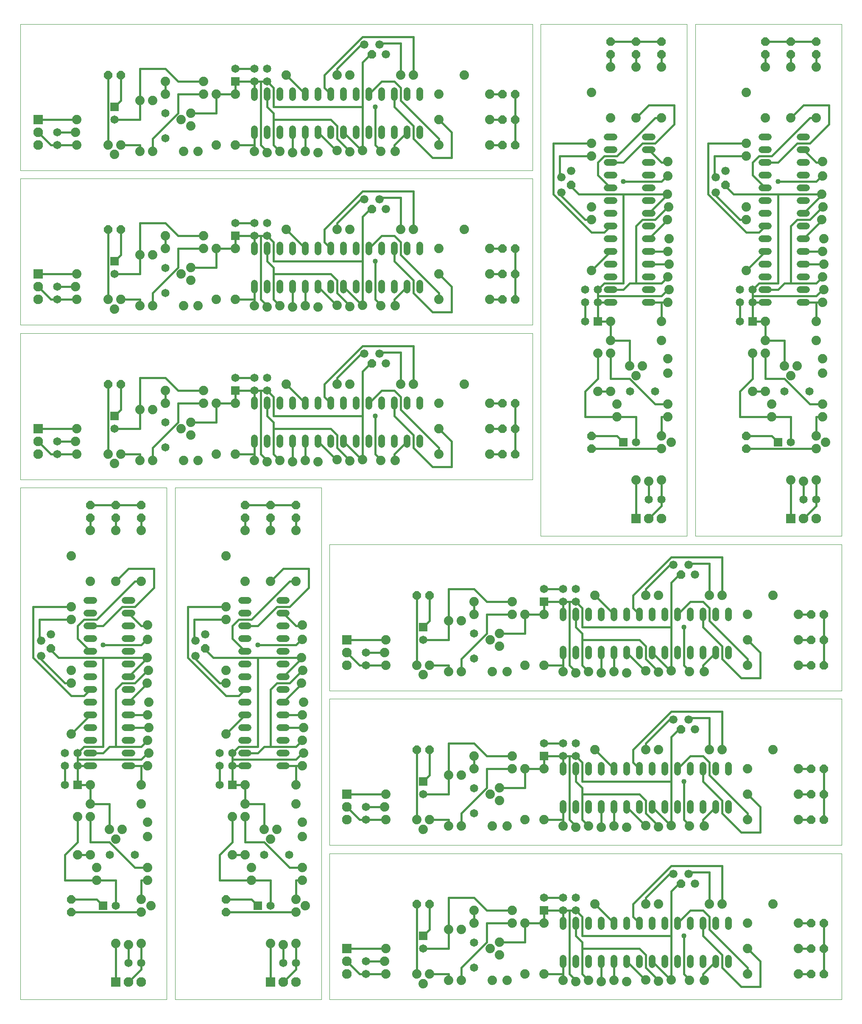
<source format=gtl>
G75*
G70*
%OFA0B0*%
%FSLAX25Y25*%
%IPPOS*%
%LPD*%
%AMOC8*
5,1,8,0,0,1.08239X$1,22.5*
%
%ADD163C,0.07400*%
%ADD194R,0.06500X0.06500*%
%ADD252C,0.07600*%
%ADD273C,0.01600*%
%ADD28OC8,0.06600*%
%ADD355R,0.07600X0.07600*%
%ADD45C,0.06600*%
%ADD457C,0.00000*%
%ADD566C,0.04000*%
%ADD639C,0.05200*%
%ADD75C,0.06500*%
X0020000Y0020000D02*
G75*
%LPD*%
D457*
X0134960Y0020000D02*
X0020000Y0020000D01*
X0020000Y0422450D01*
X0134960Y0422450D01*
X0134960Y0020000D01*
D639*
X0107560Y0203750D02*
X0102360Y0203750D01*
X0102360Y0213750D02*
X0107560Y0213750D01*
X0107560Y0223750D02*
X0102360Y0223750D01*
X0102360Y0233750D02*
X0107560Y0233750D01*
X0107560Y0243750D02*
X0102360Y0243750D01*
X0102360Y0253750D02*
X0107560Y0253750D01*
X0107560Y0263750D02*
X0102360Y0263750D01*
X0102360Y0273750D02*
X0107560Y0273750D01*
X0107560Y0283750D02*
X0102360Y0283750D01*
X0102360Y0293750D02*
X0107560Y0293750D01*
X0107560Y0303750D02*
X0102360Y0303750D01*
X0102360Y0313750D02*
X0107560Y0313750D01*
X0107560Y0323750D02*
X0102360Y0323750D01*
X0102360Y0333750D02*
X0107560Y0333750D01*
X0077560Y0333750D02*
X0072360Y0333750D01*
X0072360Y0323750D02*
X0077560Y0323750D01*
X0077560Y0313750D02*
X0072360Y0313750D01*
X0072360Y0303750D02*
X0077560Y0303750D01*
X0077560Y0293750D02*
X0072360Y0293750D01*
X0072360Y0283750D02*
X0077560Y0283750D01*
X0077560Y0273750D02*
X0072360Y0273750D01*
X0072360Y0263750D02*
X0077560Y0263750D01*
X0077560Y0253750D02*
X0072360Y0253750D01*
X0072360Y0243750D02*
X0077560Y0243750D01*
X0077560Y0233750D02*
X0072360Y0233750D01*
X0072360Y0223750D02*
X0077560Y0223750D01*
X0077560Y0213750D02*
X0072360Y0213750D01*
X0072360Y0203750D02*
X0077560Y0203750D01*
D163*
X0074960Y0188750D03*
X0074960Y0173750D03*
X0074960Y0163750D03*
X0064960Y0163750D03*
X0064960Y0133750D03*
X0074960Y0133750D03*
X0079960Y0123750D03*
X0079960Y0113750D03*
X0089960Y0153750D03*
X0094960Y0146250D03*
X0099960Y0153750D03*
X0114960Y0173750D03*
X0114960Y0188750D03*
X0119960Y0203750D03*
X0120960Y0213750D03*
X0119960Y0223750D03*
X0120960Y0233750D03*
X0119960Y0243750D03*
X0120960Y0253750D03*
X0119460Y0268750D03*
X0120460Y0278750D03*
X0119460Y0288750D03*
X0119960Y0303050D03*
X0119960Y0314450D03*
X0114960Y0348750D03*
X0114960Y0388750D03*
X0094960Y0388750D03*
X0094960Y0348750D03*
X0074960Y0348750D03*
X0074960Y0388750D03*
X0059960Y0368750D03*
X0059960Y0328750D03*
X0059960Y0318750D03*
X0059960Y0278750D03*
X0059960Y0268750D03*
X0059960Y0228750D03*
X0094960Y0064250D03*
X0104960Y0063250D03*
X0114960Y0064250D03*
X0114960Y0088750D03*
X0114960Y0098750D03*
X0119960Y0113750D03*
X0119960Y0123750D03*
X0119960Y0148050D03*
X0119960Y0159450D03*
X0122460Y0093750D03*
D75*
X0109810Y0133750D03*
X0094960Y0093750D03*
X0090120Y0133750D03*
X0104960Y0048750D03*
X0114960Y0048750D03*
X0064960Y0203750D03*
X0064960Y0213750D03*
X0054960Y0213750D03*
X0054960Y0203750D03*
X0054960Y0188750D03*
D194*
X0064960Y0188750D03*
X0084960Y0093750D03*
D355*
X0094960Y0033750D03*
D252*
X0104960Y0033750D03*
X0114960Y0033750D03*
D28*
X0059960Y0088750D03*
X0059960Y0098750D03*
X0043780Y0296250D03*
X0074960Y0398750D03*
X0074960Y0408750D03*
X0094960Y0408750D03*
X0094960Y0398750D03*
X0114960Y0398750D03*
X0114960Y0408750D03*
D45*
X0043780Y0307250D03*
X0036150Y0302250D03*
X0036150Y0290250D03*
D273*
X0034960Y0288750D01*
X0054960Y0268750D01*
X0059960Y0268750D01*
X0059960Y0258750D02*
X0029960Y0288750D01*
X0029960Y0328750D01*
X0059960Y0328750D01*
X0059960Y0318750D02*
X0034960Y0318750D01*
X0034960Y0303750D01*
X0036150Y0302250D01*
X0043780Y0296250D02*
X0044960Y0293750D01*
X0049960Y0288750D01*
X0084960Y0288750D01*
X0084960Y0218750D01*
X0069960Y0218750D01*
X0064960Y0213750D01*
X0064960Y0208750D01*
X0114960Y0208750D01*
X0119960Y0213750D01*
X0120960Y0213750D01*
X0114960Y0218750D02*
X0119960Y0223750D01*
X0120960Y0233750D02*
X0104960Y0233750D01*
X0104960Y0243750D02*
X0119960Y0243750D01*
X0104960Y0253750D02*
X0119960Y0268750D01*
X0119460Y0268750D01*
X0109960Y0268750D02*
X0119960Y0278750D01*
X0120460Y0278750D01*
X0119960Y0288750D02*
X0119460Y0288750D01*
X0084960Y0288750D01*
X0084960Y0298750D02*
X0114960Y0298750D01*
X0119960Y0303750D01*
X0119960Y0303050D01*
X0119960Y0313750D02*
X0119960Y0314450D01*
X0119960Y0313750D02*
X0114960Y0313750D01*
X0104960Y0323750D01*
X0109960Y0328750D02*
X0099960Y0328750D01*
X0084960Y0313750D01*
X0074960Y0313750D01*
X0069960Y0318750D02*
X0079960Y0318750D01*
X0109960Y0348750D01*
X0114960Y0348750D01*
X0124960Y0343750D02*
X0109960Y0328750D01*
X0094960Y0348750D02*
X0104960Y0358750D01*
X0124960Y0358750D01*
X0124960Y0343750D01*
X0114960Y0388750D02*
X0114960Y0398750D01*
X0114960Y0408750D02*
X0094960Y0408750D01*
X0074960Y0408750D01*
X0074960Y0398750D02*
X0074960Y0388750D01*
X0094960Y0388750D02*
X0094960Y0398750D01*
X0069960Y0318750D02*
X0064960Y0313750D01*
X0064960Y0303750D01*
X0074960Y0293750D01*
X0074960Y0263750D02*
X0069960Y0258750D01*
X0059960Y0258750D01*
X0074960Y0243750D02*
X0059960Y0228750D01*
X0064960Y0208750D02*
X0064960Y0203750D01*
X0064960Y0188750D01*
X0074960Y0188750D01*
X0074960Y0173750D01*
X0089960Y0173750D01*
X0089960Y0153750D01*
X0089960Y0143750D02*
X0109960Y0123750D01*
X0119960Y0123750D01*
X0119960Y0113750D02*
X0114960Y0113750D01*
X0114960Y0098750D01*
X0114960Y0088750D02*
X0059960Y0088750D01*
X0059960Y0098750D02*
X0079960Y0098750D01*
X0084960Y0093750D01*
X0079960Y0113750D02*
X0054960Y0113750D01*
X0054960Y0133750D01*
X0064960Y0143750D01*
X0064960Y0163750D01*
X0074960Y0163750D02*
X0074960Y0143750D01*
X0089960Y0143750D01*
X0094960Y0113750D02*
X0079960Y0113750D01*
X0074960Y0133750D02*
X0064960Y0133750D01*
X0054960Y0188750D02*
X0054960Y0203750D01*
X0064960Y0203750D02*
X0074960Y0203750D01*
X0074960Y0213750D02*
X0084960Y0213750D01*
X0089960Y0218750D01*
X0094960Y0218750D01*
X0094960Y0263750D01*
X0099960Y0268750D01*
X0109960Y0268750D01*
X0104960Y0273750D02*
X0119960Y0288750D01*
X0114960Y0218750D02*
X0094960Y0218750D01*
X0104960Y0203750D02*
X0114960Y0203750D01*
X0114960Y0188750D01*
X0114960Y0203750D02*
X0119960Y0203750D01*
X0094960Y0113750D02*
X0094960Y0093750D01*
X0094960Y0064250D02*
X0094960Y0033750D01*
X0104960Y0033750D02*
X0114960Y0043750D01*
X0114960Y0048750D01*
X0114960Y0064250D01*
X0104960Y0063750D02*
X0104960Y0063250D01*
X0104960Y0048750D01*
D566*
X0084960Y0298750D03*
X0020000Y0428950D02*
G75*
%LPD*%
D457*
X0020000Y0428950D02*
X0020000Y0543910D01*
X0422450Y0543910D01*
X0422450Y0428950D01*
X0020000Y0428950D01*
D639*
X0203750Y0456350D02*
X0203750Y0461550D01*
X0213750Y0461550D02*
X0213750Y0456350D01*
X0223750Y0456350D02*
X0223750Y0461550D01*
X0233750Y0461550D02*
X0233750Y0456350D01*
X0243750Y0456350D02*
X0243750Y0461550D01*
X0253750Y0461550D02*
X0253750Y0456350D01*
X0263750Y0456350D02*
X0263750Y0461550D01*
X0273750Y0461550D02*
X0273750Y0456350D01*
X0283750Y0456350D02*
X0283750Y0461550D01*
X0293750Y0461550D02*
X0293750Y0456350D01*
X0303750Y0456350D02*
X0303750Y0461550D01*
X0313750Y0461550D02*
X0313750Y0456350D01*
X0323750Y0456350D02*
X0323750Y0461550D01*
X0333750Y0461550D02*
X0333750Y0456350D01*
X0333750Y0486350D02*
X0333750Y0491550D01*
X0323750Y0491550D02*
X0323750Y0486350D01*
X0313750Y0486350D02*
X0313750Y0491550D01*
X0303750Y0491550D02*
X0303750Y0486350D01*
X0293750Y0486350D02*
X0293750Y0491550D01*
X0283750Y0491550D02*
X0283750Y0486350D01*
X0273750Y0486350D02*
X0273750Y0491550D01*
X0263750Y0491550D02*
X0263750Y0486350D01*
X0253750Y0486350D02*
X0253750Y0491550D01*
X0243750Y0491550D02*
X0243750Y0486350D01*
X0233750Y0486350D02*
X0233750Y0491550D01*
X0223750Y0491550D02*
X0223750Y0486350D01*
X0213750Y0486350D02*
X0213750Y0491550D01*
X0203750Y0491550D02*
X0203750Y0486350D01*
D163*
X0188750Y0488950D03*
X0173750Y0488950D03*
X0163750Y0488950D03*
X0163750Y0498950D03*
X0133750Y0498950D03*
X0133750Y0488950D03*
X0123750Y0483950D03*
X0113750Y0483950D03*
X0153750Y0473950D03*
X0146250Y0468950D03*
X0153750Y0463950D03*
X0173750Y0448950D03*
X0188750Y0448950D03*
X0203750Y0443950D03*
X0213750Y0442950D03*
X0223750Y0443950D03*
X0233750Y0442950D03*
X0243750Y0443950D03*
X0253750Y0442950D03*
X0268750Y0444450D03*
X0278750Y0443450D03*
X0288750Y0444450D03*
X0303050Y0443950D03*
X0314450Y0443950D03*
X0348750Y0448950D03*
X0388750Y0448950D03*
X0388750Y0468950D03*
X0348750Y0468950D03*
X0348750Y0488950D03*
X0388750Y0488950D03*
X0368750Y0503950D03*
X0328750Y0503950D03*
X0318750Y0503950D03*
X0278750Y0503950D03*
X0268750Y0503950D03*
X0228750Y0503950D03*
X0064250Y0468950D03*
X0063250Y0458950D03*
X0064250Y0448950D03*
X0088750Y0448950D03*
X0098750Y0448950D03*
X0113750Y0443950D03*
X0123750Y0443950D03*
X0148050Y0443950D03*
X0159450Y0443950D03*
X0093750Y0441450D03*
D75*
X0133750Y0454100D03*
X0093750Y0468950D03*
X0133750Y0473790D03*
X0048750Y0458950D03*
X0048750Y0448950D03*
X0203750Y0498950D03*
X0213750Y0498950D03*
X0213750Y0508950D03*
X0203750Y0508950D03*
X0188750Y0508950D03*
D194*
X0188750Y0498950D03*
X0093750Y0478950D03*
D355*
X0033750Y0468950D03*
D252*
X0033750Y0458950D03*
X0033750Y0448950D03*
D28*
X0088750Y0503950D03*
X0098750Y0503950D03*
X0296250Y0520130D03*
X0398750Y0488950D03*
X0408750Y0488950D03*
X0408750Y0468950D03*
X0398750Y0468950D03*
X0398750Y0448950D03*
X0408750Y0448950D03*
D45*
X0307250Y0520130D03*
X0302250Y0527760D03*
X0290250Y0527760D03*
D273*
X0288750Y0528950D01*
X0268750Y0508950D01*
X0268750Y0503950D01*
X0258750Y0503950D02*
X0288750Y0533950D01*
X0328750Y0533950D01*
X0328750Y0503950D01*
X0318750Y0503950D02*
X0318750Y0528950D01*
X0303750Y0528950D01*
X0302250Y0527760D01*
X0296250Y0520130D02*
X0293750Y0518950D01*
X0288750Y0513950D01*
X0288750Y0478950D01*
X0218750Y0478950D01*
X0218750Y0493950D01*
X0213750Y0498950D01*
X0208750Y0498950D01*
X0208750Y0448950D01*
X0213750Y0443950D01*
X0213750Y0442950D01*
X0218750Y0448950D02*
X0223750Y0443950D01*
X0233750Y0442950D02*
X0233750Y0458950D01*
X0243750Y0458950D02*
X0243750Y0443950D01*
X0253750Y0458950D02*
X0268750Y0443950D01*
X0268750Y0444450D01*
X0268750Y0453950D02*
X0278750Y0443950D01*
X0278750Y0443450D01*
X0288750Y0443950D02*
X0288750Y0444450D01*
X0288750Y0478950D01*
X0298750Y0478950D02*
X0298750Y0448950D01*
X0303750Y0443950D01*
X0303050Y0443950D01*
X0313750Y0443950D02*
X0314450Y0443950D01*
X0313750Y0443950D02*
X0313750Y0448950D01*
X0323750Y0458950D01*
X0328750Y0453950D02*
X0328750Y0463950D01*
X0313750Y0478950D01*
X0313750Y0488950D01*
X0318750Y0493950D02*
X0318750Y0483950D01*
X0348750Y0453950D01*
X0348750Y0448950D01*
X0343750Y0438950D02*
X0328750Y0453950D01*
X0348750Y0468950D02*
X0358750Y0458950D01*
X0358750Y0438950D01*
X0343750Y0438950D01*
X0388750Y0448950D02*
X0398750Y0448950D01*
X0408750Y0448950D02*
X0408750Y0468950D01*
X0408750Y0488950D01*
X0398750Y0488950D02*
X0388750Y0488950D01*
X0388750Y0468950D02*
X0398750Y0468950D01*
X0318750Y0493950D02*
X0313750Y0498950D01*
X0303750Y0498950D01*
X0293750Y0488950D01*
X0263750Y0488950D02*
X0258750Y0493950D01*
X0258750Y0503950D01*
X0243750Y0488950D02*
X0228750Y0503950D01*
X0208750Y0498950D02*
X0203750Y0498950D01*
X0188750Y0498950D01*
X0188750Y0488950D01*
X0173750Y0488950D01*
X0173750Y0473950D01*
X0153750Y0473950D01*
X0143750Y0473950D02*
X0123750Y0453950D01*
X0123750Y0443950D01*
X0113750Y0443950D02*
X0113750Y0448950D01*
X0098750Y0448950D01*
X0088750Y0448950D02*
X0088750Y0503950D01*
X0098750Y0503950D02*
X0098750Y0483950D01*
X0093750Y0478950D01*
X0113750Y0483950D02*
X0113750Y0508950D01*
X0133750Y0508950D01*
X0143750Y0498950D01*
X0163750Y0498950D01*
X0163750Y0488950D02*
X0143750Y0488950D01*
X0143750Y0473950D01*
X0113750Y0468950D02*
X0113750Y0483950D01*
X0133750Y0488950D02*
X0133750Y0498950D01*
X0188750Y0508950D02*
X0203750Y0508950D01*
X0203750Y0498950D02*
X0203750Y0488950D01*
X0213750Y0488950D02*
X0213750Y0478950D01*
X0218750Y0473950D01*
X0218750Y0468950D01*
X0263750Y0468950D01*
X0268750Y0463950D01*
X0268750Y0453950D01*
X0273750Y0458950D02*
X0288750Y0443950D01*
X0218750Y0448950D02*
X0218750Y0468950D01*
X0203750Y0458950D02*
X0203750Y0448950D01*
X0188750Y0448950D01*
X0203750Y0448950D02*
X0203750Y0443950D01*
X0113750Y0468950D02*
X0093750Y0468950D01*
X0064250Y0468950D02*
X0033750Y0468950D01*
X0033750Y0458950D02*
X0043750Y0448950D01*
X0048750Y0448950D01*
X0064250Y0448950D01*
X0063750Y0458950D02*
X0063250Y0458950D01*
X0048750Y0458950D01*
D566*
X0298750Y0478950D03*
X0141460Y0020000D02*
G75*
%LPD*%
D457*
X0256420Y0020000D02*
X0141460Y0020000D01*
X0141460Y0422450D01*
X0256420Y0422450D01*
X0256420Y0020000D01*
D639*
X0229020Y0203750D02*
X0223820Y0203750D01*
X0223820Y0213750D02*
X0229020Y0213750D01*
X0229020Y0223750D02*
X0223820Y0223750D01*
X0223820Y0233750D02*
X0229020Y0233750D01*
X0229020Y0243750D02*
X0223820Y0243750D01*
X0223820Y0253750D02*
X0229020Y0253750D01*
X0229020Y0263750D02*
X0223820Y0263750D01*
X0223820Y0273750D02*
X0229020Y0273750D01*
X0229020Y0283750D02*
X0223820Y0283750D01*
X0223820Y0293750D02*
X0229020Y0293750D01*
X0229020Y0303750D02*
X0223820Y0303750D01*
X0223820Y0313750D02*
X0229020Y0313750D01*
X0229020Y0323750D02*
X0223820Y0323750D01*
X0223820Y0333750D02*
X0229020Y0333750D01*
X0199020Y0333750D02*
X0193820Y0333750D01*
X0193820Y0323750D02*
X0199020Y0323750D01*
X0199020Y0313750D02*
X0193820Y0313750D01*
X0193820Y0303750D02*
X0199020Y0303750D01*
X0199020Y0293750D02*
X0193820Y0293750D01*
X0193820Y0283750D02*
X0199020Y0283750D01*
X0199020Y0273750D02*
X0193820Y0273750D01*
X0193820Y0263750D02*
X0199020Y0263750D01*
X0199020Y0253750D02*
X0193820Y0253750D01*
X0193820Y0243750D02*
X0199020Y0243750D01*
X0199020Y0233750D02*
X0193820Y0233750D01*
X0193820Y0223750D02*
X0199020Y0223750D01*
X0199020Y0213750D02*
X0193820Y0213750D01*
X0193820Y0203750D02*
X0199020Y0203750D01*
D163*
X0196420Y0188750D03*
X0196420Y0173750D03*
X0196420Y0163750D03*
X0186420Y0163750D03*
X0186420Y0133750D03*
X0196420Y0133750D03*
X0201420Y0123750D03*
X0201420Y0113750D03*
X0211420Y0153750D03*
X0216420Y0146250D03*
X0221420Y0153750D03*
X0236420Y0173750D03*
X0236420Y0188750D03*
X0241420Y0203750D03*
X0242420Y0213750D03*
X0241420Y0223750D03*
X0242420Y0233750D03*
X0241420Y0243750D03*
X0242420Y0253750D03*
X0240920Y0268750D03*
X0241920Y0278750D03*
X0240920Y0288750D03*
X0241420Y0303050D03*
X0241420Y0314450D03*
X0236420Y0348750D03*
X0236420Y0388750D03*
X0216420Y0388750D03*
X0216420Y0348750D03*
X0196420Y0348750D03*
X0196420Y0388750D03*
X0181420Y0368750D03*
X0181420Y0328750D03*
X0181420Y0318750D03*
X0181420Y0278750D03*
X0181420Y0268750D03*
X0181420Y0228750D03*
X0216420Y0064250D03*
X0226420Y0063250D03*
X0236420Y0064250D03*
X0236420Y0088750D03*
X0236420Y0098750D03*
X0241420Y0113750D03*
X0241420Y0123750D03*
X0241420Y0148050D03*
X0241420Y0159450D03*
X0243920Y0093750D03*
D75*
X0231270Y0133750D03*
X0216420Y0093750D03*
X0211580Y0133750D03*
X0226420Y0048750D03*
X0236420Y0048750D03*
X0186420Y0203750D03*
X0186420Y0213750D03*
X0176420Y0213750D03*
X0176420Y0203750D03*
X0176420Y0188750D03*
D194*
X0186420Y0188750D03*
X0206420Y0093750D03*
D355*
X0216420Y0033750D03*
D252*
X0226420Y0033750D03*
X0236420Y0033750D03*
D28*
X0181420Y0088750D03*
X0181420Y0098750D03*
X0165240Y0296250D03*
X0196420Y0398750D03*
X0196420Y0408750D03*
X0216420Y0408750D03*
X0216420Y0398750D03*
X0236420Y0398750D03*
X0236420Y0408750D03*
D45*
X0165240Y0307250D03*
X0157610Y0302250D03*
X0157610Y0290250D03*
D273*
X0156420Y0288750D01*
X0176420Y0268750D01*
X0181420Y0268750D01*
X0181420Y0258750D02*
X0151420Y0288750D01*
X0151420Y0328750D01*
X0181420Y0328750D01*
X0181420Y0318750D02*
X0156420Y0318750D01*
X0156420Y0303750D01*
X0157610Y0302250D01*
X0165240Y0296250D02*
X0166420Y0293750D01*
X0171420Y0288750D01*
X0206420Y0288750D01*
X0206420Y0218750D01*
X0191420Y0218750D01*
X0186420Y0213750D01*
X0186420Y0208750D01*
X0236420Y0208750D01*
X0241420Y0213750D01*
X0242420Y0213750D01*
X0236420Y0218750D02*
X0241420Y0223750D01*
X0242420Y0233750D02*
X0226420Y0233750D01*
X0226420Y0243750D02*
X0241420Y0243750D01*
X0226420Y0253750D02*
X0241420Y0268750D01*
X0240920Y0268750D01*
X0231420Y0268750D02*
X0241420Y0278750D01*
X0241920Y0278750D01*
X0241420Y0288750D02*
X0240920Y0288750D01*
X0206420Y0288750D01*
X0206420Y0298750D02*
X0236420Y0298750D01*
X0241420Y0303750D01*
X0241420Y0303050D01*
X0241420Y0313750D02*
X0241420Y0314450D01*
X0241420Y0313750D02*
X0236420Y0313750D01*
X0226420Y0323750D01*
X0231420Y0328750D02*
X0221420Y0328750D01*
X0206420Y0313750D01*
X0196420Y0313750D01*
X0191420Y0318750D02*
X0201420Y0318750D01*
X0231420Y0348750D01*
X0236420Y0348750D01*
X0246420Y0343750D02*
X0231420Y0328750D01*
X0216420Y0348750D02*
X0226420Y0358750D01*
X0246420Y0358750D01*
X0246420Y0343750D01*
X0236420Y0388750D02*
X0236420Y0398750D01*
X0236420Y0408750D02*
X0216420Y0408750D01*
X0196420Y0408750D01*
X0196420Y0398750D02*
X0196420Y0388750D01*
X0216420Y0388750D02*
X0216420Y0398750D01*
X0191420Y0318750D02*
X0186420Y0313750D01*
X0186420Y0303750D01*
X0196420Y0293750D01*
X0196420Y0263750D02*
X0191420Y0258750D01*
X0181420Y0258750D01*
X0196420Y0243750D02*
X0181420Y0228750D01*
X0186420Y0208750D02*
X0186420Y0203750D01*
X0186420Y0188750D01*
X0196420Y0188750D01*
X0196420Y0173750D01*
X0211420Y0173750D01*
X0211420Y0153750D01*
X0211420Y0143750D02*
X0231420Y0123750D01*
X0241420Y0123750D01*
X0241420Y0113750D02*
X0236420Y0113750D01*
X0236420Y0098750D01*
X0236420Y0088750D02*
X0181420Y0088750D01*
X0181420Y0098750D02*
X0201420Y0098750D01*
X0206420Y0093750D01*
X0201420Y0113750D02*
X0176420Y0113750D01*
X0176420Y0133750D01*
X0186420Y0143750D01*
X0186420Y0163750D01*
X0196420Y0163750D02*
X0196420Y0143750D01*
X0211420Y0143750D01*
X0216420Y0113750D02*
X0201420Y0113750D01*
X0196420Y0133750D02*
X0186420Y0133750D01*
X0176420Y0188750D02*
X0176420Y0203750D01*
X0186420Y0203750D02*
X0196420Y0203750D01*
X0196420Y0213750D02*
X0206420Y0213750D01*
X0211420Y0218750D01*
X0216420Y0218750D01*
X0216420Y0263750D01*
X0221420Y0268750D01*
X0231420Y0268750D01*
X0226420Y0273750D02*
X0241420Y0288750D01*
X0236420Y0218750D02*
X0216420Y0218750D01*
X0226420Y0203750D02*
X0236420Y0203750D01*
X0236420Y0188750D01*
X0236420Y0203750D02*
X0241420Y0203750D01*
X0216420Y0113750D02*
X0216420Y0093750D01*
X0216420Y0064250D02*
X0216420Y0033750D01*
X0226420Y0033750D02*
X0236420Y0043750D01*
X0236420Y0048750D01*
X0236420Y0064250D01*
X0226420Y0063750D02*
X0226420Y0063250D01*
X0226420Y0048750D01*
D566*
X0206420Y0298750D03*
X0020000Y0550410D02*
G75*
%LPD*%
D457*
X0020000Y0550410D02*
X0020000Y0665370D01*
X0422450Y0665370D01*
X0422450Y0550410D01*
X0020000Y0550410D01*
D639*
X0203750Y0577810D02*
X0203750Y0583010D01*
X0213750Y0583010D02*
X0213750Y0577810D01*
X0223750Y0577810D02*
X0223750Y0583010D01*
X0233750Y0583010D02*
X0233750Y0577810D01*
X0243750Y0577810D02*
X0243750Y0583010D01*
X0253750Y0583010D02*
X0253750Y0577810D01*
X0263750Y0577810D02*
X0263750Y0583010D01*
X0273750Y0583010D02*
X0273750Y0577810D01*
X0283750Y0577810D02*
X0283750Y0583010D01*
X0293750Y0583010D02*
X0293750Y0577810D01*
X0303750Y0577810D02*
X0303750Y0583010D01*
X0313750Y0583010D02*
X0313750Y0577810D01*
X0323750Y0577810D02*
X0323750Y0583010D01*
X0333750Y0583010D02*
X0333750Y0577810D01*
X0333750Y0607810D02*
X0333750Y0613010D01*
X0323750Y0613010D02*
X0323750Y0607810D01*
X0313750Y0607810D02*
X0313750Y0613010D01*
X0303750Y0613010D02*
X0303750Y0607810D01*
X0293750Y0607810D02*
X0293750Y0613010D01*
X0283750Y0613010D02*
X0283750Y0607810D01*
X0273750Y0607810D02*
X0273750Y0613010D01*
X0263750Y0613010D02*
X0263750Y0607810D01*
X0253750Y0607810D02*
X0253750Y0613010D01*
X0243750Y0613010D02*
X0243750Y0607810D01*
X0233750Y0607810D02*
X0233750Y0613010D01*
X0223750Y0613010D02*
X0223750Y0607810D01*
X0213750Y0607810D02*
X0213750Y0613010D01*
X0203750Y0613010D02*
X0203750Y0607810D01*
D163*
X0188750Y0610410D03*
X0173750Y0610410D03*
X0163750Y0610410D03*
X0163750Y0620410D03*
X0133750Y0620410D03*
X0133750Y0610410D03*
X0123750Y0605410D03*
X0113750Y0605410D03*
X0153750Y0595410D03*
X0146250Y0590410D03*
X0153750Y0585410D03*
X0173750Y0570410D03*
X0188750Y0570410D03*
X0203750Y0565410D03*
X0213750Y0564410D03*
X0223750Y0565410D03*
X0233750Y0564410D03*
X0243750Y0565410D03*
X0253750Y0564410D03*
X0268750Y0565910D03*
X0278750Y0564910D03*
X0288750Y0565910D03*
X0303050Y0565410D03*
X0314450Y0565410D03*
X0348750Y0570410D03*
X0388750Y0570410D03*
X0388750Y0590410D03*
X0348750Y0590410D03*
X0348750Y0610410D03*
X0388750Y0610410D03*
X0368750Y0625410D03*
X0328750Y0625410D03*
X0318750Y0625410D03*
X0278750Y0625410D03*
X0268750Y0625410D03*
X0228750Y0625410D03*
X0064250Y0590410D03*
X0063250Y0580410D03*
X0064250Y0570410D03*
X0088750Y0570410D03*
X0098750Y0570410D03*
X0113750Y0565410D03*
X0123750Y0565410D03*
X0148050Y0565410D03*
X0159450Y0565410D03*
X0093750Y0562910D03*
D75*
X0133750Y0575560D03*
X0093750Y0590410D03*
X0133750Y0595250D03*
X0048750Y0580410D03*
X0048750Y0570410D03*
X0203750Y0620410D03*
X0213750Y0620410D03*
X0213750Y0630410D03*
X0203750Y0630410D03*
X0188750Y0630410D03*
D194*
X0188750Y0620410D03*
X0093750Y0600410D03*
D355*
X0033750Y0590410D03*
D252*
X0033750Y0580410D03*
X0033750Y0570410D03*
D28*
X0088750Y0625410D03*
X0098750Y0625410D03*
X0296250Y0641590D03*
X0398750Y0610410D03*
X0408750Y0610410D03*
X0408750Y0590410D03*
X0398750Y0590410D03*
X0398750Y0570410D03*
X0408750Y0570410D03*
D45*
X0307250Y0641590D03*
X0302250Y0649220D03*
X0290250Y0649220D03*
D273*
X0288750Y0650410D01*
X0268750Y0630410D01*
X0268750Y0625410D01*
X0258750Y0625410D02*
X0288750Y0655410D01*
X0328750Y0655410D01*
X0328750Y0625410D01*
X0318750Y0625410D02*
X0318750Y0650410D01*
X0303750Y0650410D01*
X0302250Y0649220D01*
X0296250Y0641590D02*
X0293750Y0640410D01*
X0288750Y0635410D01*
X0288750Y0600410D01*
X0218750Y0600410D01*
X0218750Y0615410D01*
X0213750Y0620410D01*
X0208750Y0620410D01*
X0208750Y0570410D01*
X0213750Y0565410D01*
X0213750Y0564410D01*
X0218750Y0570410D02*
X0223750Y0565410D01*
X0233750Y0564410D02*
X0233750Y0580410D01*
X0243750Y0580410D02*
X0243750Y0565410D01*
X0253750Y0580410D02*
X0268750Y0565410D01*
X0268750Y0565910D01*
X0268750Y0575410D02*
X0278750Y0565410D01*
X0278750Y0564910D01*
X0288750Y0565410D02*
X0288750Y0565910D01*
X0288750Y0600410D01*
X0298750Y0600410D02*
X0298750Y0570410D01*
X0303750Y0565410D01*
X0303050Y0565410D01*
X0313750Y0565410D02*
X0314450Y0565410D01*
X0313750Y0565410D02*
X0313750Y0570410D01*
X0323750Y0580410D01*
X0328750Y0575410D02*
X0328750Y0585410D01*
X0313750Y0600410D01*
X0313750Y0610410D01*
X0318750Y0615410D02*
X0318750Y0605410D01*
X0348750Y0575410D01*
X0348750Y0570410D01*
X0343750Y0560410D02*
X0328750Y0575410D01*
X0348750Y0590410D02*
X0358750Y0580410D01*
X0358750Y0560410D01*
X0343750Y0560410D01*
X0388750Y0570410D02*
X0398750Y0570410D01*
X0408750Y0570410D02*
X0408750Y0590410D01*
X0408750Y0610410D01*
X0398750Y0610410D02*
X0388750Y0610410D01*
X0388750Y0590410D02*
X0398750Y0590410D01*
X0318750Y0615410D02*
X0313750Y0620410D01*
X0303750Y0620410D01*
X0293750Y0610410D01*
X0263750Y0610410D02*
X0258750Y0615410D01*
X0258750Y0625410D01*
X0243750Y0610410D02*
X0228750Y0625410D01*
X0208750Y0620410D02*
X0203750Y0620410D01*
X0188750Y0620410D01*
X0188750Y0610410D01*
X0173750Y0610410D01*
X0173750Y0595410D01*
X0153750Y0595410D01*
X0143750Y0595410D02*
X0123750Y0575410D01*
X0123750Y0565410D01*
X0113750Y0565410D02*
X0113750Y0570410D01*
X0098750Y0570410D01*
X0088750Y0570410D02*
X0088750Y0625410D01*
X0098750Y0625410D02*
X0098750Y0605410D01*
X0093750Y0600410D01*
X0113750Y0605410D02*
X0113750Y0630410D01*
X0133750Y0630410D01*
X0143750Y0620410D01*
X0163750Y0620410D01*
X0163750Y0610410D02*
X0143750Y0610410D01*
X0143750Y0595410D01*
X0113750Y0590410D02*
X0113750Y0605410D01*
X0133750Y0610410D02*
X0133750Y0620410D01*
X0188750Y0630410D02*
X0203750Y0630410D01*
X0203750Y0620410D02*
X0203750Y0610410D01*
X0213750Y0610410D02*
X0213750Y0600410D01*
X0218750Y0595410D01*
X0218750Y0590410D01*
X0263750Y0590410D01*
X0268750Y0585410D01*
X0268750Y0575410D01*
X0273750Y0580410D02*
X0288750Y0565410D01*
X0218750Y0570410D02*
X0218750Y0590410D01*
X0203750Y0580410D02*
X0203750Y0570410D01*
X0188750Y0570410D01*
X0203750Y0570410D02*
X0203750Y0565410D01*
X0113750Y0590410D02*
X0093750Y0590410D01*
X0064250Y0590410D02*
X0033750Y0590410D01*
X0033750Y0580410D02*
X0043750Y0570410D01*
X0048750Y0570410D01*
X0064250Y0570410D01*
X0063750Y0580410D02*
X0063250Y0580410D01*
X0048750Y0580410D01*
D566*
X0298750Y0600410D03*
X0262920Y0020000D02*
G75*
%LPD*%
D457*
X0262920Y0020000D02*
X0262920Y0134960D01*
X0665370Y0134960D01*
X0665370Y0020000D01*
X0262920Y0020000D01*
D639*
X0446670Y0047400D02*
X0446670Y0052600D01*
X0456670Y0052600D02*
X0456670Y0047400D01*
X0466670Y0047400D02*
X0466670Y0052600D01*
X0476670Y0052600D02*
X0476670Y0047400D01*
X0486670Y0047400D02*
X0486670Y0052600D01*
X0496670Y0052600D02*
X0496670Y0047400D01*
X0506670Y0047400D02*
X0506670Y0052600D01*
X0516670Y0052600D02*
X0516670Y0047400D01*
X0526670Y0047400D02*
X0526670Y0052600D01*
X0536670Y0052600D02*
X0536670Y0047400D01*
X0546670Y0047400D02*
X0546670Y0052600D01*
X0556670Y0052600D02*
X0556670Y0047400D01*
X0566670Y0047400D02*
X0566670Y0052600D01*
X0576670Y0052600D02*
X0576670Y0047400D01*
X0576670Y0077400D02*
X0576670Y0082600D01*
X0566670Y0082600D02*
X0566670Y0077400D01*
X0556670Y0077400D02*
X0556670Y0082600D01*
X0546670Y0082600D02*
X0546670Y0077400D01*
X0536670Y0077400D02*
X0536670Y0082600D01*
X0526670Y0082600D02*
X0526670Y0077400D01*
X0516670Y0077400D02*
X0516670Y0082600D01*
X0506670Y0082600D02*
X0506670Y0077400D01*
X0496670Y0077400D02*
X0496670Y0082600D01*
X0486670Y0082600D02*
X0486670Y0077400D01*
X0476670Y0077400D02*
X0476670Y0082600D01*
X0466670Y0082600D02*
X0466670Y0077400D01*
X0456670Y0077400D02*
X0456670Y0082600D01*
X0446670Y0082600D02*
X0446670Y0077400D01*
D163*
X0431670Y0080000D03*
X0416670Y0080000D03*
X0406670Y0080000D03*
X0406670Y0090000D03*
X0376670Y0090000D03*
X0376670Y0080000D03*
X0366670Y0075000D03*
X0356670Y0075000D03*
X0396670Y0065000D03*
X0389170Y0060000D03*
X0396670Y0055000D03*
X0416670Y0040000D03*
X0431670Y0040000D03*
X0446670Y0035000D03*
X0456670Y0034000D03*
X0466670Y0035000D03*
X0476670Y0034000D03*
X0486670Y0035000D03*
X0496670Y0034000D03*
X0511670Y0035500D03*
X0521670Y0034500D03*
X0531670Y0035500D03*
X0545970Y0035000D03*
X0557370Y0035000D03*
X0591670Y0040000D03*
X0631670Y0040000D03*
X0631670Y0060000D03*
X0591670Y0060000D03*
X0591670Y0080000D03*
X0631670Y0080000D03*
X0611670Y0095000D03*
X0571670Y0095000D03*
X0561670Y0095000D03*
X0521670Y0095000D03*
X0511670Y0095000D03*
X0471670Y0095000D03*
X0307170Y0060000D03*
X0306170Y0050000D03*
X0307170Y0040000D03*
X0331670Y0040000D03*
X0341670Y0040000D03*
X0356670Y0035000D03*
X0366670Y0035000D03*
X0390970Y0035000D03*
X0402370Y0035000D03*
X0336670Y0032500D03*
D75*
X0376670Y0045150D03*
X0336670Y0060000D03*
X0376670Y0064840D03*
X0291670Y0050000D03*
X0291670Y0040000D03*
X0446670Y0090000D03*
X0456670Y0090000D03*
X0456670Y0100000D03*
X0446670Y0100000D03*
X0431670Y0100000D03*
D194*
X0431670Y0090000D03*
X0336670Y0070000D03*
D355*
X0276670Y0060000D03*
D252*
X0276670Y0050000D03*
X0276670Y0040000D03*
D28*
X0331670Y0095000D03*
X0341670Y0095000D03*
X0539170Y0111180D03*
X0641670Y0080000D03*
X0651670Y0080000D03*
X0651670Y0060000D03*
X0641670Y0060000D03*
X0641670Y0040000D03*
X0651670Y0040000D03*
D45*
X0550170Y0111180D03*
X0545170Y0118810D03*
X0533170Y0118810D03*
D273*
X0531670Y0120000D01*
X0511670Y0100000D01*
X0511670Y0095000D01*
X0501670Y0095000D02*
X0531670Y0125000D01*
X0571670Y0125000D01*
X0571670Y0095000D01*
X0561670Y0095000D02*
X0561670Y0120000D01*
X0546670Y0120000D01*
X0545170Y0118810D01*
X0539170Y0111180D02*
X0536670Y0110000D01*
X0531670Y0105000D01*
X0531670Y0070000D01*
X0461670Y0070000D01*
X0461670Y0085000D01*
X0456670Y0090000D01*
X0451670Y0090000D01*
X0451670Y0040000D01*
X0456670Y0035000D01*
X0456670Y0034000D01*
X0461670Y0040000D02*
X0466670Y0035000D01*
X0476670Y0034000D02*
X0476670Y0050000D01*
X0486670Y0050000D02*
X0486670Y0035000D01*
X0496670Y0050000D02*
X0511670Y0035000D01*
X0511670Y0035500D01*
X0511670Y0045000D02*
X0521670Y0035000D01*
X0521670Y0034500D01*
X0531670Y0035000D02*
X0531670Y0035500D01*
X0531670Y0070000D01*
X0541670Y0070000D02*
X0541670Y0040000D01*
X0546670Y0035000D01*
X0545970Y0035000D01*
X0556670Y0035000D02*
X0557370Y0035000D01*
X0556670Y0035000D02*
X0556670Y0040000D01*
X0566670Y0050000D01*
X0571670Y0045000D02*
X0571670Y0055000D01*
X0556670Y0070000D01*
X0556670Y0080000D01*
X0561670Y0085000D02*
X0561670Y0075000D01*
X0591670Y0045000D01*
X0591670Y0040000D01*
X0586670Y0030000D02*
X0571670Y0045000D01*
X0591670Y0060000D02*
X0601670Y0050000D01*
X0601670Y0030000D01*
X0586670Y0030000D01*
X0631670Y0040000D02*
X0641670Y0040000D01*
X0651670Y0040000D02*
X0651670Y0060000D01*
X0651670Y0080000D01*
X0641670Y0080000D02*
X0631670Y0080000D01*
X0631670Y0060000D02*
X0641670Y0060000D01*
X0561670Y0085000D02*
X0556670Y0090000D01*
X0546670Y0090000D01*
X0536670Y0080000D01*
X0506670Y0080000D02*
X0501670Y0085000D01*
X0501670Y0095000D01*
X0486670Y0080000D02*
X0471670Y0095000D01*
X0451670Y0090000D02*
X0446670Y0090000D01*
X0431670Y0090000D01*
X0431670Y0080000D01*
X0416670Y0080000D01*
X0416670Y0065000D01*
X0396670Y0065000D01*
X0386670Y0065000D02*
X0366670Y0045000D01*
X0366670Y0035000D01*
X0356670Y0035000D02*
X0356670Y0040000D01*
X0341670Y0040000D01*
X0331670Y0040000D02*
X0331670Y0095000D01*
X0341670Y0095000D02*
X0341670Y0075000D01*
X0336670Y0070000D01*
X0356670Y0075000D02*
X0356670Y0100000D01*
X0376670Y0100000D01*
X0386670Y0090000D01*
X0406670Y0090000D01*
X0406670Y0080000D02*
X0386670Y0080000D01*
X0386670Y0065000D01*
X0356670Y0060000D02*
X0356670Y0075000D01*
X0376670Y0080000D02*
X0376670Y0090000D01*
X0431670Y0100000D02*
X0446670Y0100000D01*
X0446670Y0090000D02*
X0446670Y0080000D01*
X0456670Y0080000D02*
X0456670Y0070000D01*
X0461670Y0065000D01*
X0461670Y0060000D01*
X0506670Y0060000D01*
X0511670Y0055000D01*
X0511670Y0045000D01*
X0516670Y0050000D02*
X0531670Y0035000D01*
X0461670Y0040000D02*
X0461670Y0060000D01*
X0446670Y0050000D02*
X0446670Y0040000D01*
X0431670Y0040000D01*
X0446670Y0040000D02*
X0446670Y0035000D01*
X0356670Y0060000D02*
X0336670Y0060000D01*
X0307170Y0060000D02*
X0276670Y0060000D01*
X0276670Y0050000D02*
X0286670Y0040000D01*
X0291670Y0040000D01*
X0307170Y0040000D01*
X0306670Y0050000D02*
X0306170Y0050000D01*
X0291670Y0050000D01*
D566*
X0541670Y0070000D03*
X0262920Y0141460D02*
G75*
%LPD*%
D457*
X0262920Y0141460D02*
X0262920Y0256420D01*
X0665370Y0256420D01*
X0665370Y0141460D01*
X0262920Y0141460D01*
D639*
X0446670Y0168860D02*
X0446670Y0174060D01*
X0456670Y0174060D02*
X0456670Y0168860D01*
X0466670Y0168860D02*
X0466670Y0174060D01*
X0476670Y0174060D02*
X0476670Y0168860D01*
X0486670Y0168860D02*
X0486670Y0174060D01*
X0496670Y0174060D02*
X0496670Y0168860D01*
X0506670Y0168860D02*
X0506670Y0174060D01*
X0516670Y0174060D02*
X0516670Y0168860D01*
X0526670Y0168860D02*
X0526670Y0174060D01*
X0536670Y0174060D02*
X0536670Y0168860D01*
X0546670Y0168860D02*
X0546670Y0174060D01*
X0556670Y0174060D02*
X0556670Y0168860D01*
X0566670Y0168860D02*
X0566670Y0174060D01*
X0576670Y0174060D02*
X0576670Y0168860D01*
X0576670Y0198860D02*
X0576670Y0204060D01*
X0566670Y0204060D02*
X0566670Y0198860D01*
X0556670Y0198860D02*
X0556670Y0204060D01*
X0546670Y0204060D02*
X0546670Y0198860D01*
X0536670Y0198860D02*
X0536670Y0204060D01*
X0526670Y0204060D02*
X0526670Y0198860D01*
X0516670Y0198860D02*
X0516670Y0204060D01*
X0506670Y0204060D02*
X0506670Y0198860D01*
X0496670Y0198860D02*
X0496670Y0204060D01*
X0486670Y0204060D02*
X0486670Y0198860D01*
X0476670Y0198860D02*
X0476670Y0204060D01*
X0466670Y0204060D02*
X0466670Y0198860D01*
X0456670Y0198860D02*
X0456670Y0204060D01*
X0446670Y0204060D02*
X0446670Y0198860D01*
D163*
X0431670Y0201460D03*
X0416670Y0201460D03*
X0406670Y0201460D03*
X0406670Y0211460D03*
X0376670Y0211460D03*
X0376670Y0201460D03*
X0366670Y0196460D03*
X0356670Y0196460D03*
X0396670Y0186460D03*
X0389170Y0181460D03*
X0396670Y0176460D03*
X0416670Y0161460D03*
X0431670Y0161460D03*
X0446670Y0156460D03*
X0456670Y0155460D03*
X0466670Y0156460D03*
X0476670Y0155460D03*
X0486670Y0156460D03*
X0496670Y0155460D03*
X0511670Y0156960D03*
X0521670Y0155960D03*
X0531670Y0156960D03*
X0545970Y0156460D03*
X0557370Y0156460D03*
X0591670Y0161460D03*
X0631670Y0161460D03*
X0631670Y0181460D03*
X0591670Y0181460D03*
X0591670Y0201460D03*
X0631670Y0201460D03*
X0611670Y0216460D03*
X0571670Y0216460D03*
X0561670Y0216460D03*
X0521670Y0216460D03*
X0511670Y0216460D03*
X0471670Y0216460D03*
X0307170Y0181460D03*
X0306170Y0171460D03*
X0307170Y0161460D03*
X0331670Y0161460D03*
X0341670Y0161460D03*
X0356670Y0156460D03*
X0366670Y0156460D03*
X0390970Y0156460D03*
X0402370Y0156460D03*
X0336670Y0153960D03*
D75*
X0376670Y0166610D03*
X0336670Y0181460D03*
X0376670Y0186300D03*
X0291670Y0171460D03*
X0291670Y0161460D03*
X0446670Y0211460D03*
X0456670Y0211460D03*
X0456670Y0221460D03*
X0446670Y0221460D03*
X0431670Y0221460D03*
D194*
X0431670Y0211460D03*
X0336670Y0191460D03*
D355*
X0276670Y0181460D03*
D252*
X0276670Y0171460D03*
X0276670Y0161460D03*
D28*
X0331670Y0216460D03*
X0341670Y0216460D03*
X0539170Y0232640D03*
X0641670Y0201460D03*
X0651670Y0201460D03*
X0651670Y0181460D03*
X0641670Y0181460D03*
X0641670Y0161460D03*
X0651670Y0161460D03*
D45*
X0550170Y0232640D03*
X0545170Y0240270D03*
X0533170Y0240270D03*
D273*
X0531670Y0241460D01*
X0511670Y0221460D01*
X0511670Y0216460D01*
X0501670Y0216460D02*
X0531670Y0246460D01*
X0571670Y0246460D01*
X0571670Y0216460D01*
X0561670Y0216460D02*
X0561670Y0241460D01*
X0546670Y0241460D01*
X0545170Y0240270D01*
X0539170Y0232640D02*
X0536670Y0231460D01*
X0531670Y0226460D01*
X0531670Y0191460D01*
X0461670Y0191460D01*
X0461670Y0206460D01*
X0456670Y0211460D01*
X0451670Y0211460D01*
X0451670Y0161460D01*
X0456670Y0156460D01*
X0456670Y0155460D01*
X0461670Y0161460D02*
X0466670Y0156460D01*
X0476670Y0155460D02*
X0476670Y0171460D01*
X0486670Y0171460D02*
X0486670Y0156460D01*
X0496670Y0171460D02*
X0511670Y0156460D01*
X0511670Y0156960D01*
X0511670Y0166460D02*
X0521670Y0156460D01*
X0521670Y0155960D01*
X0531670Y0156460D02*
X0531670Y0156960D01*
X0531670Y0191460D01*
X0541670Y0191460D02*
X0541670Y0161460D01*
X0546670Y0156460D01*
X0545970Y0156460D01*
X0556670Y0156460D02*
X0557370Y0156460D01*
X0556670Y0156460D02*
X0556670Y0161460D01*
X0566670Y0171460D01*
X0571670Y0166460D02*
X0571670Y0176460D01*
X0556670Y0191460D01*
X0556670Y0201460D01*
X0561670Y0206460D02*
X0561670Y0196460D01*
X0591670Y0166460D01*
X0591670Y0161460D01*
X0586670Y0151460D02*
X0571670Y0166460D01*
X0591670Y0181460D02*
X0601670Y0171460D01*
X0601670Y0151460D01*
X0586670Y0151460D01*
X0631670Y0161460D02*
X0641670Y0161460D01*
X0651670Y0161460D02*
X0651670Y0181460D01*
X0651670Y0201460D01*
X0641670Y0201460D02*
X0631670Y0201460D01*
X0631670Y0181460D02*
X0641670Y0181460D01*
X0561670Y0206460D02*
X0556670Y0211460D01*
X0546670Y0211460D01*
X0536670Y0201460D01*
X0506670Y0201460D02*
X0501670Y0206460D01*
X0501670Y0216460D01*
X0486670Y0201460D02*
X0471670Y0216460D01*
X0451670Y0211460D02*
X0446670Y0211460D01*
X0431670Y0211460D01*
X0431670Y0201460D01*
X0416670Y0201460D01*
X0416670Y0186460D01*
X0396670Y0186460D01*
X0386670Y0186460D02*
X0366670Y0166460D01*
X0366670Y0156460D01*
X0356670Y0156460D02*
X0356670Y0161460D01*
X0341670Y0161460D01*
X0331670Y0161460D02*
X0331670Y0216460D01*
X0341670Y0216460D02*
X0341670Y0196460D01*
X0336670Y0191460D01*
X0356670Y0196460D02*
X0356670Y0221460D01*
X0376670Y0221460D01*
X0386670Y0211460D01*
X0406670Y0211460D01*
X0406670Y0201460D02*
X0386670Y0201460D01*
X0386670Y0186460D01*
X0356670Y0181460D02*
X0356670Y0196460D01*
X0376670Y0201460D02*
X0376670Y0211460D01*
X0431670Y0221460D02*
X0446670Y0221460D01*
X0446670Y0211460D02*
X0446670Y0201460D01*
X0456670Y0201460D02*
X0456670Y0191460D01*
X0461670Y0186460D01*
X0461670Y0181460D01*
X0506670Y0181460D01*
X0511670Y0176460D01*
X0511670Y0166460D01*
X0516670Y0171460D02*
X0531670Y0156460D01*
X0461670Y0161460D02*
X0461670Y0181460D01*
X0446670Y0171460D02*
X0446670Y0161460D01*
X0431670Y0161460D01*
X0446670Y0161460D02*
X0446670Y0156460D01*
X0356670Y0181460D02*
X0336670Y0181460D01*
X0307170Y0181460D02*
X0276670Y0181460D01*
X0276670Y0171460D02*
X0286670Y0161460D01*
X0291670Y0161460D01*
X0307170Y0161460D01*
X0306670Y0171460D02*
X0306170Y0171460D01*
X0291670Y0171460D01*
D566*
X0541670Y0191460D03*
X0262920Y0262920D02*
G75*
%LPD*%
D457*
X0262920Y0262920D02*
X0262920Y0377880D01*
X0665370Y0377880D01*
X0665370Y0262920D01*
X0262920Y0262920D01*
D639*
X0446670Y0290320D02*
X0446670Y0295520D01*
X0456670Y0295520D02*
X0456670Y0290320D01*
X0466670Y0290320D02*
X0466670Y0295520D01*
X0476670Y0295520D02*
X0476670Y0290320D01*
X0486670Y0290320D02*
X0486670Y0295520D01*
X0496670Y0295520D02*
X0496670Y0290320D01*
X0506670Y0290320D02*
X0506670Y0295520D01*
X0516670Y0295520D02*
X0516670Y0290320D01*
X0526670Y0290320D02*
X0526670Y0295520D01*
X0536670Y0295520D02*
X0536670Y0290320D01*
X0546670Y0290320D02*
X0546670Y0295520D01*
X0556670Y0295520D02*
X0556670Y0290320D01*
X0566670Y0290320D02*
X0566670Y0295520D01*
X0576670Y0295520D02*
X0576670Y0290320D01*
X0576670Y0320320D02*
X0576670Y0325520D01*
X0566670Y0325520D02*
X0566670Y0320320D01*
X0556670Y0320320D02*
X0556670Y0325520D01*
X0546670Y0325520D02*
X0546670Y0320320D01*
X0536670Y0320320D02*
X0536670Y0325520D01*
X0526670Y0325520D02*
X0526670Y0320320D01*
X0516670Y0320320D02*
X0516670Y0325520D01*
X0506670Y0325520D02*
X0506670Y0320320D01*
X0496670Y0320320D02*
X0496670Y0325520D01*
X0486670Y0325520D02*
X0486670Y0320320D01*
X0476670Y0320320D02*
X0476670Y0325520D01*
X0466670Y0325520D02*
X0466670Y0320320D01*
X0456670Y0320320D02*
X0456670Y0325520D01*
X0446670Y0325520D02*
X0446670Y0320320D01*
D163*
X0431670Y0322920D03*
X0416670Y0322920D03*
X0406670Y0322920D03*
X0406670Y0332920D03*
X0376670Y0332920D03*
X0376670Y0322920D03*
X0366670Y0317920D03*
X0356670Y0317920D03*
X0396670Y0307920D03*
X0389170Y0302920D03*
X0396670Y0297920D03*
X0416670Y0282920D03*
X0431670Y0282920D03*
X0446670Y0277920D03*
X0456670Y0276920D03*
X0466670Y0277920D03*
X0476670Y0276920D03*
X0486670Y0277920D03*
X0496670Y0276920D03*
X0511670Y0278420D03*
X0521670Y0277420D03*
X0531670Y0278420D03*
X0545970Y0277920D03*
X0557370Y0277920D03*
X0591670Y0282920D03*
X0631670Y0282920D03*
X0631670Y0302920D03*
X0591670Y0302920D03*
X0591670Y0322920D03*
X0631670Y0322920D03*
X0611670Y0337920D03*
X0571670Y0337920D03*
X0561670Y0337920D03*
X0521670Y0337920D03*
X0511670Y0337920D03*
X0471670Y0337920D03*
X0307170Y0302920D03*
X0306170Y0292920D03*
X0307170Y0282920D03*
X0331670Y0282920D03*
X0341670Y0282920D03*
X0356670Y0277920D03*
X0366670Y0277920D03*
X0390970Y0277920D03*
X0402370Y0277920D03*
X0336670Y0275420D03*
D75*
X0376670Y0288070D03*
X0336670Y0302920D03*
X0376670Y0307760D03*
X0291670Y0292920D03*
X0291670Y0282920D03*
X0446670Y0332920D03*
X0456670Y0332920D03*
X0456670Y0342920D03*
X0446670Y0342920D03*
X0431670Y0342920D03*
D194*
X0431670Y0332920D03*
X0336670Y0312920D03*
D355*
X0276670Y0302920D03*
D252*
X0276670Y0292920D03*
X0276670Y0282920D03*
D28*
X0331670Y0337920D03*
X0341670Y0337920D03*
X0539170Y0354100D03*
X0641670Y0322920D03*
X0651670Y0322920D03*
X0651670Y0302920D03*
X0641670Y0302920D03*
X0641670Y0282920D03*
X0651670Y0282920D03*
D45*
X0550170Y0354100D03*
X0545170Y0361730D03*
X0533170Y0361730D03*
D273*
X0531670Y0362920D01*
X0511670Y0342920D01*
X0511670Y0337920D01*
X0501670Y0337920D02*
X0531670Y0367920D01*
X0571670Y0367920D01*
X0571670Y0337920D01*
X0561670Y0337920D02*
X0561670Y0362920D01*
X0546670Y0362920D01*
X0545170Y0361730D01*
X0539170Y0354100D02*
X0536670Y0352920D01*
X0531670Y0347920D01*
X0531670Y0312920D01*
X0461670Y0312920D01*
X0461670Y0327920D01*
X0456670Y0332920D01*
X0451670Y0332920D01*
X0451670Y0282920D01*
X0456670Y0277920D01*
X0456670Y0276920D01*
X0461670Y0282920D02*
X0466670Y0277920D01*
X0476670Y0276920D02*
X0476670Y0292920D01*
X0486670Y0292920D02*
X0486670Y0277920D01*
X0496670Y0292920D02*
X0511670Y0277920D01*
X0511670Y0278420D01*
X0511670Y0287920D02*
X0521670Y0277920D01*
X0521670Y0277420D01*
X0531670Y0277920D02*
X0531670Y0278420D01*
X0531670Y0312920D01*
X0541670Y0312920D02*
X0541670Y0282920D01*
X0546670Y0277920D01*
X0545970Y0277920D01*
X0556670Y0277920D02*
X0557370Y0277920D01*
X0556670Y0277920D02*
X0556670Y0282920D01*
X0566670Y0292920D01*
X0571670Y0287920D02*
X0571670Y0297920D01*
X0556670Y0312920D01*
X0556670Y0322920D01*
X0561670Y0327920D02*
X0561670Y0317920D01*
X0591670Y0287920D01*
X0591670Y0282920D01*
X0586670Y0272920D02*
X0571670Y0287920D01*
X0591670Y0302920D02*
X0601670Y0292920D01*
X0601670Y0272920D01*
X0586670Y0272920D01*
X0631670Y0282920D02*
X0641670Y0282920D01*
X0651670Y0282920D02*
X0651670Y0302920D01*
X0651670Y0322920D01*
X0641670Y0322920D02*
X0631670Y0322920D01*
X0631670Y0302920D02*
X0641670Y0302920D01*
X0561670Y0327920D02*
X0556670Y0332920D01*
X0546670Y0332920D01*
X0536670Y0322920D01*
X0506670Y0322920D02*
X0501670Y0327920D01*
X0501670Y0337920D01*
X0486670Y0322920D02*
X0471670Y0337920D01*
X0451670Y0332920D02*
X0446670Y0332920D01*
X0431670Y0332920D01*
X0431670Y0322920D01*
X0416670Y0322920D01*
X0416670Y0307920D01*
X0396670Y0307920D01*
X0386670Y0307920D02*
X0366670Y0287920D01*
X0366670Y0277920D01*
X0356670Y0277920D02*
X0356670Y0282920D01*
X0341670Y0282920D01*
X0331670Y0282920D02*
X0331670Y0337920D01*
X0341670Y0337920D02*
X0341670Y0317920D01*
X0336670Y0312920D01*
X0356670Y0317920D02*
X0356670Y0342920D01*
X0376670Y0342920D01*
X0386670Y0332920D01*
X0406670Y0332920D01*
X0406670Y0322920D02*
X0386670Y0322920D01*
X0386670Y0307920D01*
X0356670Y0302920D02*
X0356670Y0317920D01*
X0376670Y0322920D02*
X0376670Y0332920D01*
X0431670Y0342920D02*
X0446670Y0342920D01*
X0446670Y0332920D02*
X0446670Y0322920D01*
X0456670Y0322920D02*
X0456670Y0312920D01*
X0461670Y0307920D01*
X0461670Y0302920D01*
X0506670Y0302920D01*
X0511670Y0297920D01*
X0511670Y0287920D01*
X0516670Y0292920D02*
X0531670Y0277920D01*
X0461670Y0282920D02*
X0461670Y0302920D01*
X0446670Y0292920D02*
X0446670Y0282920D01*
X0431670Y0282920D01*
X0446670Y0282920D02*
X0446670Y0277920D01*
X0356670Y0302920D02*
X0336670Y0302920D01*
X0307170Y0302920D02*
X0276670Y0302920D01*
X0276670Y0292920D02*
X0286670Y0282920D01*
X0291670Y0282920D01*
X0307170Y0282920D01*
X0306670Y0292920D02*
X0306170Y0292920D01*
X0291670Y0292920D01*
D566*
X0541670Y0312920D03*
X0020000Y0671870D02*
G75*
%LPD*%
D457*
X0020000Y0671870D02*
X0020000Y0786830D01*
X0422450Y0786830D01*
X0422450Y0671870D01*
X0020000Y0671870D01*
D639*
X0203750Y0699270D02*
X0203750Y0704470D01*
X0213750Y0704470D02*
X0213750Y0699270D01*
X0223750Y0699270D02*
X0223750Y0704470D01*
X0233750Y0704470D02*
X0233750Y0699270D01*
X0243750Y0699270D02*
X0243750Y0704470D01*
X0253750Y0704470D02*
X0253750Y0699270D01*
X0263750Y0699270D02*
X0263750Y0704470D01*
X0273750Y0704470D02*
X0273750Y0699270D01*
X0283750Y0699270D02*
X0283750Y0704470D01*
X0293750Y0704470D02*
X0293750Y0699270D01*
X0303750Y0699270D02*
X0303750Y0704470D01*
X0313750Y0704470D02*
X0313750Y0699270D01*
X0323750Y0699270D02*
X0323750Y0704470D01*
X0333750Y0704470D02*
X0333750Y0699270D01*
X0333750Y0729270D02*
X0333750Y0734470D01*
X0323750Y0734470D02*
X0323750Y0729270D01*
X0313750Y0729270D02*
X0313750Y0734470D01*
X0303750Y0734470D02*
X0303750Y0729270D01*
X0293750Y0729270D02*
X0293750Y0734470D01*
X0283750Y0734470D02*
X0283750Y0729270D01*
X0273750Y0729270D02*
X0273750Y0734470D01*
X0263750Y0734470D02*
X0263750Y0729270D01*
X0253750Y0729270D02*
X0253750Y0734470D01*
X0243750Y0734470D02*
X0243750Y0729270D01*
X0233750Y0729270D02*
X0233750Y0734470D01*
X0223750Y0734470D02*
X0223750Y0729270D01*
X0213750Y0729270D02*
X0213750Y0734470D01*
X0203750Y0734470D02*
X0203750Y0729270D01*
D163*
X0188750Y0731870D03*
X0173750Y0731870D03*
X0163750Y0731870D03*
X0163750Y0741870D03*
X0133750Y0741870D03*
X0133750Y0731870D03*
X0123750Y0726870D03*
X0113750Y0726870D03*
X0153750Y0716870D03*
X0146250Y0711870D03*
X0153750Y0706870D03*
X0173750Y0691870D03*
X0188750Y0691870D03*
X0203750Y0686870D03*
X0213750Y0685870D03*
X0223750Y0686870D03*
X0233750Y0685870D03*
X0243750Y0686870D03*
X0253750Y0685870D03*
X0268750Y0687370D03*
X0278750Y0686370D03*
X0288750Y0687370D03*
X0303050Y0686870D03*
X0314450Y0686870D03*
X0348750Y0691870D03*
X0388750Y0691870D03*
X0388750Y0711870D03*
X0348750Y0711870D03*
X0348750Y0731870D03*
X0388750Y0731870D03*
X0368750Y0746870D03*
X0328750Y0746870D03*
X0318750Y0746870D03*
X0278750Y0746870D03*
X0268750Y0746870D03*
X0228750Y0746870D03*
X0064250Y0711870D03*
X0063250Y0701870D03*
X0064250Y0691870D03*
X0088750Y0691870D03*
X0098750Y0691870D03*
X0113750Y0686870D03*
X0123750Y0686870D03*
X0148050Y0686870D03*
X0159450Y0686870D03*
X0093750Y0684370D03*
D75*
X0133750Y0697020D03*
X0093750Y0711870D03*
X0133750Y0716710D03*
X0048750Y0701870D03*
X0048750Y0691870D03*
X0203750Y0741870D03*
X0213750Y0741870D03*
X0213750Y0751870D03*
X0203750Y0751870D03*
X0188750Y0751870D03*
D194*
X0188750Y0741870D03*
X0093750Y0721870D03*
D355*
X0033750Y0711870D03*
D252*
X0033750Y0701870D03*
X0033750Y0691870D03*
D28*
X0088750Y0746870D03*
X0098750Y0746870D03*
X0296250Y0763050D03*
X0398750Y0731870D03*
X0408750Y0731870D03*
X0408750Y0711870D03*
X0398750Y0711870D03*
X0398750Y0691870D03*
X0408750Y0691870D03*
D45*
X0307250Y0763050D03*
X0302250Y0770680D03*
X0290250Y0770680D03*
D273*
X0288750Y0771870D01*
X0268750Y0751870D01*
X0268750Y0746870D01*
X0258750Y0746870D02*
X0288750Y0776870D01*
X0328750Y0776870D01*
X0328750Y0746870D01*
X0318750Y0746870D02*
X0318750Y0771870D01*
X0303750Y0771870D01*
X0302250Y0770680D01*
X0296250Y0763050D02*
X0293750Y0761870D01*
X0288750Y0756870D01*
X0288750Y0721870D01*
X0218750Y0721870D01*
X0218750Y0736870D01*
X0213750Y0741870D01*
X0208750Y0741870D01*
X0208750Y0691870D01*
X0213750Y0686870D01*
X0213750Y0685870D01*
X0218750Y0691870D02*
X0223750Y0686870D01*
X0233750Y0685870D02*
X0233750Y0701870D01*
X0243750Y0701870D02*
X0243750Y0686870D01*
X0253750Y0701870D02*
X0268750Y0686870D01*
X0268750Y0687370D01*
X0268750Y0696870D02*
X0278750Y0686870D01*
X0278750Y0686370D01*
X0288750Y0686870D02*
X0288750Y0687370D01*
X0288750Y0721870D01*
X0298750Y0721870D02*
X0298750Y0691870D01*
X0303750Y0686870D01*
X0303050Y0686870D01*
X0313750Y0686870D02*
X0314450Y0686870D01*
X0313750Y0686870D02*
X0313750Y0691870D01*
X0323750Y0701870D01*
X0328750Y0696870D02*
X0328750Y0706870D01*
X0313750Y0721870D01*
X0313750Y0731870D01*
X0318750Y0736870D02*
X0318750Y0726870D01*
X0348750Y0696870D01*
X0348750Y0691870D01*
X0343750Y0681870D02*
X0328750Y0696870D01*
X0348750Y0711870D02*
X0358750Y0701870D01*
X0358750Y0681870D01*
X0343750Y0681870D01*
X0388750Y0691870D02*
X0398750Y0691870D01*
X0408750Y0691870D02*
X0408750Y0711870D01*
X0408750Y0731870D01*
X0398750Y0731870D02*
X0388750Y0731870D01*
X0388750Y0711870D02*
X0398750Y0711870D01*
X0318750Y0736870D02*
X0313750Y0741870D01*
X0303750Y0741870D01*
X0293750Y0731870D01*
X0263750Y0731870D02*
X0258750Y0736870D01*
X0258750Y0746870D01*
X0243750Y0731870D02*
X0228750Y0746870D01*
X0208750Y0741870D02*
X0203750Y0741870D01*
X0188750Y0741870D01*
X0188750Y0731870D01*
X0173750Y0731870D01*
X0173750Y0716870D01*
X0153750Y0716870D01*
X0143750Y0716870D02*
X0123750Y0696870D01*
X0123750Y0686870D01*
X0113750Y0686870D02*
X0113750Y0691870D01*
X0098750Y0691870D01*
X0088750Y0691870D02*
X0088750Y0746870D01*
X0098750Y0746870D02*
X0098750Y0726870D01*
X0093750Y0721870D01*
X0113750Y0726870D02*
X0113750Y0751870D01*
X0133750Y0751870D01*
X0143750Y0741870D01*
X0163750Y0741870D01*
X0163750Y0731870D02*
X0143750Y0731870D01*
X0143750Y0716870D01*
X0113750Y0711870D02*
X0113750Y0726870D01*
X0133750Y0731870D02*
X0133750Y0741870D01*
X0188750Y0751870D02*
X0203750Y0751870D01*
X0203750Y0741870D02*
X0203750Y0731870D01*
X0213750Y0731870D02*
X0213750Y0721870D01*
X0218750Y0716870D01*
X0218750Y0711870D01*
X0263750Y0711870D01*
X0268750Y0706870D01*
X0268750Y0696870D01*
X0273750Y0701870D02*
X0288750Y0686870D01*
X0218750Y0691870D02*
X0218750Y0711870D01*
X0203750Y0701870D02*
X0203750Y0691870D01*
X0188750Y0691870D01*
X0203750Y0691870D02*
X0203750Y0686870D01*
X0113750Y0711870D02*
X0093750Y0711870D01*
X0064250Y0711870D02*
X0033750Y0711870D01*
X0033750Y0701870D02*
X0043750Y0691870D01*
X0048750Y0691870D01*
X0064250Y0691870D01*
X0063750Y0701870D02*
X0063250Y0701870D01*
X0048750Y0701870D01*
D566*
X0298750Y0721870D03*
X0428950Y0384380D02*
G75*
%LPD*%
D457*
X0543910Y0384380D02*
X0428950Y0384380D01*
X0428950Y0786830D01*
X0543910Y0786830D01*
X0543910Y0384380D01*
D639*
X0516510Y0568130D02*
X0511310Y0568130D01*
X0511310Y0578130D02*
X0516510Y0578130D01*
X0516510Y0588130D02*
X0511310Y0588130D01*
X0511310Y0598130D02*
X0516510Y0598130D01*
X0516510Y0608130D02*
X0511310Y0608130D01*
X0511310Y0618130D02*
X0516510Y0618130D01*
X0516510Y0628130D02*
X0511310Y0628130D01*
X0511310Y0638130D02*
X0516510Y0638130D01*
X0516510Y0648130D02*
X0511310Y0648130D01*
X0511310Y0658130D02*
X0516510Y0658130D01*
X0516510Y0668130D02*
X0511310Y0668130D01*
X0511310Y0678130D02*
X0516510Y0678130D01*
X0516510Y0688130D02*
X0511310Y0688130D01*
X0511310Y0698130D02*
X0516510Y0698130D01*
X0486510Y0698130D02*
X0481310Y0698130D01*
X0481310Y0688130D02*
X0486510Y0688130D01*
X0486510Y0678130D02*
X0481310Y0678130D01*
X0481310Y0668130D02*
X0486510Y0668130D01*
X0486510Y0658130D02*
X0481310Y0658130D01*
X0481310Y0648130D02*
X0486510Y0648130D01*
X0486510Y0638130D02*
X0481310Y0638130D01*
X0481310Y0628130D02*
X0486510Y0628130D01*
X0486510Y0618130D02*
X0481310Y0618130D01*
X0481310Y0608130D02*
X0486510Y0608130D01*
X0486510Y0598130D02*
X0481310Y0598130D01*
X0481310Y0588130D02*
X0486510Y0588130D01*
X0486510Y0578130D02*
X0481310Y0578130D01*
X0481310Y0568130D02*
X0486510Y0568130D01*
D163*
X0483910Y0553130D03*
X0483910Y0538130D03*
X0483910Y0528130D03*
X0473910Y0528130D03*
X0473910Y0498130D03*
X0483910Y0498130D03*
X0488910Y0488130D03*
X0488910Y0478130D03*
X0498910Y0518130D03*
X0503910Y0510630D03*
X0508910Y0518130D03*
X0523910Y0538130D03*
X0523910Y0553130D03*
X0528910Y0568130D03*
X0529910Y0578130D03*
X0528910Y0588130D03*
X0529910Y0598130D03*
X0528910Y0608130D03*
X0529910Y0618130D03*
X0528410Y0633130D03*
X0529410Y0643130D03*
X0528410Y0653130D03*
X0528910Y0667430D03*
X0528910Y0678830D03*
X0523910Y0713130D03*
X0523910Y0753130D03*
X0503910Y0753130D03*
X0503910Y0713130D03*
X0483910Y0713130D03*
X0483910Y0753130D03*
X0468910Y0733130D03*
X0468910Y0693130D03*
X0468910Y0683130D03*
X0468910Y0643130D03*
X0468910Y0633130D03*
X0468910Y0593130D03*
X0503910Y0428630D03*
X0513910Y0427630D03*
X0523910Y0428630D03*
X0523910Y0453130D03*
X0523910Y0463130D03*
X0528910Y0478130D03*
X0528910Y0488130D03*
X0528910Y0512430D03*
X0528910Y0523830D03*
X0531410Y0458130D03*
D75*
X0518760Y0498130D03*
X0503910Y0458130D03*
X0499070Y0498130D03*
X0513910Y0413130D03*
X0523910Y0413130D03*
X0473910Y0568130D03*
X0473910Y0578130D03*
X0463910Y0578130D03*
X0463910Y0568130D03*
X0463910Y0553130D03*
D194*
X0473910Y0553130D03*
X0493910Y0458130D03*
D355*
X0503910Y0398130D03*
D252*
X0513910Y0398130D03*
X0523910Y0398130D03*
D28*
X0468910Y0453130D03*
X0468910Y0463130D03*
X0452730Y0660630D03*
X0483910Y0763130D03*
X0483910Y0773130D03*
X0503910Y0773130D03*
X0503910Y0763130D03*
X0523910Y0763130D03*
X0523910Y0773130D03*
D45*
X0452730Y0671630D03*
X0445100Y0666630D03*
X0445100Y0654630D03*
D273*
X0443910Y0653130D01*
X0463910Y0633130D01*
X0468910Y0633130D01*
X0468910Y0623130D02*
X0438910Y0653130D01*
X0438910Y0693130D01*
X0468910Y0693130D01*
X0468910Y0683130D02*
X0443910Y0683130D01*
X0443910Y0668130D01*
X0445100Y0666630D01*
X0452730Y0660630D02*
X0453910Y0658130D01*
X0458910Y0653130D01*
X0493910Y0653130D01*
X0493910Y0583130D01*
X0478910Y0583130D01*
X0473910Y0578130D01*
X0473910Y0573130D01*
X0523910Y0573130D01*
X0528910Y0578130D01*
X0529910Y0578130D01*
X0523910Y0583130D02*
X0528910Y0588130D01*
X0529910Y0598130D02*
X0513910Y0598130D01*
X0513910Y0608130D02*
X0528910Y0608130D01*
X0513910Y0618130D02*
X0528910Y0633130D01*
X0528410Y0633130D01*
X0518910Y0633130D02*
X0528910Y0643130D01*
X0529410Y0643130D01*
X0528910Y0653130D02*
X0528410Y0653130D01*
X0493910Y0653130D01*
X0493910Y0663130D02*
X0523910Y0663130D01*
X0528910Y0668130D01*
X0528910Y0667430D01*
X0528910Y0678130D02*
X0528910Y0678830D01*
X0528910Y0678130D02*
X0523910Y0678130D01*
X0513910Y0688130D01*
X0518910Y0693130D02*
X0508910Y0693130D01*
X0493910Y0678130D01*
X0483910Y0678130D01*
X0478910Y0683130D02*
X0488910Y0683130D01*
X0518910Y0713130D01*
X0523910Y0713130D01*
X0533910Y0708130D02*
X0518910Y0693130D01*
X0503910Y0713130D02*
X0513910Y0723130D01*
X0533910Y0723130D01*
X0533910Y0708130D01*
X0523910Y0753130D02*
X0523910Y0763130D01*
X0523910Y0773130D02*
X0503910Y0773130D01*
X0483910Y0773130D01*
X0483910Y0763130D02*
X0483910Y0753130D01*
X0503910Y0753130D02*
X0503910Y0763130D01*
X0478910Y0683130D02*
X0473910Y0678130D01*
X0473910Y0668130D01*
X0483910Y0658130D01*
X0483910Y0628130D02*
X0478910Y0623130D01*
X0468910Y0623130D01*
X0483910Y0608130D02*
X0468910Y0593130D01*
X0473910Y0573130D02*
X0473910Y0568130D01*
X0473910Y0553130D01*
X0483910Y0553130D01*
X0483910Y0538130D01*
X0498910Y0538130D01*
X0498910Y0518130D01*
X0498910Y0508130D02*
X0518910Y0488130D01*
X0528910Y0488130D01*
X0528910Y0478130D02*
X0523910Y0478130D01*
X0523910Y0463130D01*
X0523910Y0453130D02*
X0468910Y0453130D01*
X0468910Y0463130D02*
X0488910Y0463130D01*
X0493910Y0458130D01*
X0488910Y0478130D02*
X0463910Y0478130D01*
X0463910Y0498130D01*
X0473910Y0508130D01*
X0473910Y0528130D01*
X0483910Y0528130D02*
X0483910Y0508130D01*
X0498910Y0508130D01*
X0503910Y0478130D02*
X0488910Y0478130D01*
X0483910Y0498130D02*
X0473910Y0498130D01*
X0463910Y0553130D02*
X0463910Y0568130D01*
X0473910Y0568130D02*
X0483910Y0568130D01*
X0483910Y0578130D02*
X0493910Y0578130D01*
X0498910Y0583130D01*
X0503910Y0583130D01*
X0503910Y0628130D01*
X0508910Y0633130D01*
X0518910Y0633130D01*
X0513910Y0638130D02*
X0528910Y0653130D01*
X0523910Y0583130D02*
X0503910Y0583130D01*
X0513910Y0568130D02*
X0523910Y0568130D01*
X0523910Y0553130D01*
X0523910Y0568130D02*
X0528910Y0568130D01*
X0503910Y0478130D02*
X0503910Y0458130D01*
X0503910Y0428630D02*
X0503910Y0398130D01*
X0513910Y0398130D02*
X0523910Y0408130D01*
X0523910Y0413130D01*
X0523910Y0428630D01*
X0513910Y0428130D02*
X0513910Y0427630D01*
X0513910Y0413130D01*
D566*
X0493910Y0663130D03*
X0550410Y0384380D02*
G75*
%LPD*%
D457*
X0665370Y0384380D02*
X0550410Y0384380D01*
X0550410Y0786830D01*
X0665370Y0786830D01*
X0665370Y0384380D01*
D639*
X0637970Y0568130D02*
X0632770Y0568130D01*
X0632770Y0578130D02*
X0637970Y0578130D01*
X0637970Y0588130D02*
X0632770Y0588130D01*
X0632770Y0598130D02*
X0637970Y0598130D01*
X0637970Y0608130D02*
X0632770Y0608130D01*
X0632770Y0618130D02*
X0637970Y0618130D01*
X0637970Y0628130D02*
X0632770Y0628130D01*
X0632770Y0638130D02*
X0637970Y0638130D01*
X0637970Y0648130D02*
X0632770Y0648130D01*
X0632770Y0658130D02*
X0637970Y0658130D01*
X0637970Y0668130D02*
X0632770Y0668130D01*
X0632770Y0678130D02*
X0637970Y0678130D01*
X0637970Y0688130D02*
X0632770Y0688130D01*
X0632770Y0698130D02*
X0637970Y0698130D01*
X0607970Y0698130D02*
X0602770Y0698130D01*
X0602770Y0688130D02*
X0607970Y0688130D01*
X0607970Y0678130D02*
X0602770Y0678130D01*
X0602770Y0668130D02*
X0607970Y0668130D01*
X0607970Y0658130D02*
X0602770Y0658130D01*
X0602770Y0648130D02*
X0607970Y0648130D01*
X0607970Y0638130D02*
X0602770Y0638130D01*
X0602770Y0628130D02*
X0607970Y0628130D01*
X0607970Y0618130D02*
X0602770Y0618130D01*
X0602770Y0608130D02*
X0607970Y0608130D01*
X0607970Y0598130D02*
X0602770Y0598130D01*
X0602770Y0588130D02*
X0607970Y0588130D01*
X0607970Y0578130D02*
X0602770Y0578130D01*
X0602770Y0568130D02*
X0607970Y0568130D01*
D163*
X0605370Y0553130D03*
X0605370Y0538130D03*
X0605370Y0528130D03*
X0595370Y0528130D03*
X0595370Y0498130D03*
X0605370Y0498130D03*
X0610370Y0488130D03*
X0610370Y0478130D03*
X0620370Y0518130D03*
X0625370Y0510630D03*
X0630370Y0518130D03*
X0645370Y0538130D03*
X0645370Y0553130D03*
X0650370Y0568130D03*
X0651370Y0578130D03*
X0650370Y0588130D03*
X0651370Y0598130D03*
X0650370Y0608130D03*
X0651370Y0618130D03*
X0649870Y0633130D03*
X0650870Y0643130D03*
X0649870Y0653130D03*
X0650370Y0667430D03*
X0650370Y0678830D03*
X0645370Y0713130D03*
X0645370Y0753130D03*
X0625370Y0753130D03*
X0625370Y0713130D03*
X0605370Y0713130D03*
X0605370Y0753130D03*
X0590370Y0733130D03*
X0590370Y0693130D03*
X0590370Y0683130D03*
X0590370Y0643130D03*
X0590370Y0633130D03*
X0590370Y0593130D03*
X0625370Y0428630D03*
X0635370Y0427630D03*
X0645370Y0428630D03*
X0645370Y0453130D03*
X0645370Y0463130D03*
X0650370Y0478130D03*
X0650370Y0488130D03*
X0650370Y0512430D03*
X0650370Y0523830D03*
X0652870Y0458130D03*
D75*
X0640220Y0498130D03*
X0625370Y0458130D03*
X0620530Y0498130D03*
X0635370Y0413130D03*
X0645370Y0413130D03*
X0595370Y0568130D03*
X0595370Y0578130D03*
X0585370Y0578130D03*
X0585370Y0568130D03*
X0585370Y0553130D03*
D194*
X0595370Y0553130D03*
X0615370Y0458130D03*
D355*
X0625370Y0398130D03*
D252*
X0635370Y0398130D03*
X0645370Y0398130D03*
D28*
X0590370Y0453130D03*
X0590370Y0463130D03*
X0574190Y0660630D03*
X0605370Y0763130D03*
X0605370Y0773130D03*
X0625370Y0773130D03*
X0625370Y0763130D03*
X0645370Y0763130D03*
X0645370Y0773130D03*
D45*
X0574190Y0671630D03*
X0566560Y0666630D03*
X0566560Y0654630D03*
D273*
X0565370Y0653130D01*
X0585370Y0633130D01*
X0590370Y0633130D01*
X0590370Y0623130D02*
X0560370Y0653130D01*
X0560370Y0693130D01*
X0590370Y0693130D01*
X0590370Y0683130D02*
X0565370Y0683130D01*
X0565370Y0668130D01*
X0566560Y0666630D01*
X0574190Y0660630D02*
X0575370Y0658130D01*
X0580370Y0653130D01*
X0615370Y0653130D01*
X0615370Y0583130D01*
X0600370Y0583130D01*
X0595370Y0578130D01*
X0595370Y0573130D01*
X0645370Y0573130D01*
X0650370Y0578130D01*
X0651370Y0578130D01*
X0645370Y0583130D02*
X0650370Y0588130D01*
X0651370Y0598130D02*
X0635370Y0598130D01*
X0635370Y0608130D02*
X0650370Y0608130D01*
X0635370Y0618130D02*
X0650370Y0633130D01*
X0649870Y0633130D01*
X0640370Y0633130D02*
X0650370Y0643130D01*
X0650870Y0643130D01*
X0650370Y0653130D02*
X0649870Y0653130D01*
X0615370Y0653130D01*
X0615370Y0663130D02*
X0645370Y0663130D01*
X0650370Y0668130D01*
X0650370Y0667430D01*
X0650370Y0678130D02*
X0650370Y0678830D01*
X0650370Y0678130D02*
X0645370Y0678130D01*
X0635370Y0688130D01*
X0640370Y0693130D02*
X0630370Y0693130D01*
X0615370Y0678130D01*
X0605370Y0678130D01*
X0600370Y0683130D02*
X0610370Y0683130D01*
X0640370Y0713130D01*
X0645370Y0713130D01*
X0655370Y0708130D02*
X0640370Y0693130D01*
X0625370Y0713130D02*
X0635370Y0723130D01*
X0655370Y0723130D01*
X0655370Y0708130D01*
X0645370Y0753130D02*
X0645370Y0763130D01*
X0645370Y0773130D02*
X0625370Y0773130D01*
X0605370Y0773130D01*
X0605370Y0763130D02*
X0605370Y0753130D01*
X0625370Y0753130D02*
X0625370Y0763130D01*
X0600370Y0683130D02*
X0595370Y0678130D01*
X0595370Y0668130D01*
X0605370Y0658130D01*
X0605370Y0628130D02*
X0600370Y0623130D01*
X0590370Y0623130D01*
X0605370Y0608130D02*
X0590370Y0593130D01*
X0595370Y0573130D02*
X0595370Y0568130D01*
X0595370Y0553130D01*
X0605370Y0553130D01*
X0605370Y0538130D01*
X0620370Y0538130D01*
X0620370Y0518130D01*
X0620370Y0508130D02*
X0640370Y0488130D01*
X0650370Y0488130D01*
X0650370Y0478130D02*
X0645370Y0478130D01*
X0645370Y0463130D01*
X0645370Y0453130D02*
X0590370Y0453130D01*
X0590370Y0463130D02*
X0610370Y0463130D01*
X0615370Y0458130D01*
X0610370Y0478130D02*
X0585370Y0478130D01*
X0585370Y0498130D01*
X0595370Y0508130D01*
X0595370Y0528130D01*
X0605370Y0528130D02*
X0605370Y0508130D01*
X0620370Y0508130D01*
X0625370Y0478130D02*
X0610370Y0478130D01*
X0605370Y0498130D02*
X0595370Y0498130D01*
X0585370Y0553130D02*
X0585370Y0568130D01*
X0595370Y0568130D02*
X0605370Y0568130D01*
X0605370Y0578130D02*
X0615370Y0578130D01*
X0620370Y0583130D01*
X0625370Y0583130D01*
X0625370Y0628130D01*
X0630370Y0633130D01*
X0640370Y0633130D01*
X0635370Y0638130D02*
X0650370Y0653130D01*
X0645370Y0583130D02*
X0625370Y0583130D01*
X0635370Y0568130D02*
X0645370Y0568130D01*
X0645370Y0553130D01*
X0645370Y0568130D02*
X0650370Y0568130D01*
X0625370Y0478130D02*
X0625370Y0458130D01*
X0625370Y0428630D02*
X0625370Y0398130D01*
X0635370Y0398130D02*
X0645370Y0408130D01*
X0645370Y0413130D01*
X0645370Y0428630D01*
X0635370Y0428130D02*
X0635370Y0427630D01*
X0635370Y0413130D01*
D566*
X0615370Y0663130D03*
M02*

</source>
